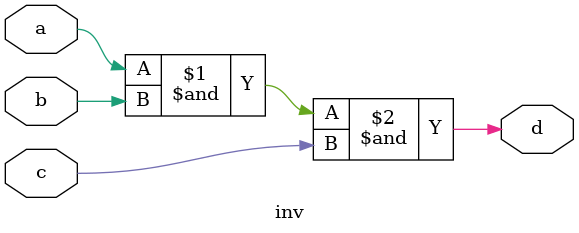
<source format=v>
`timescale 1ns / 1ps

module inv(a, b, c, d);
input a, b, c;
output d;

assign d = a&b&c;
endmodule

</source>
